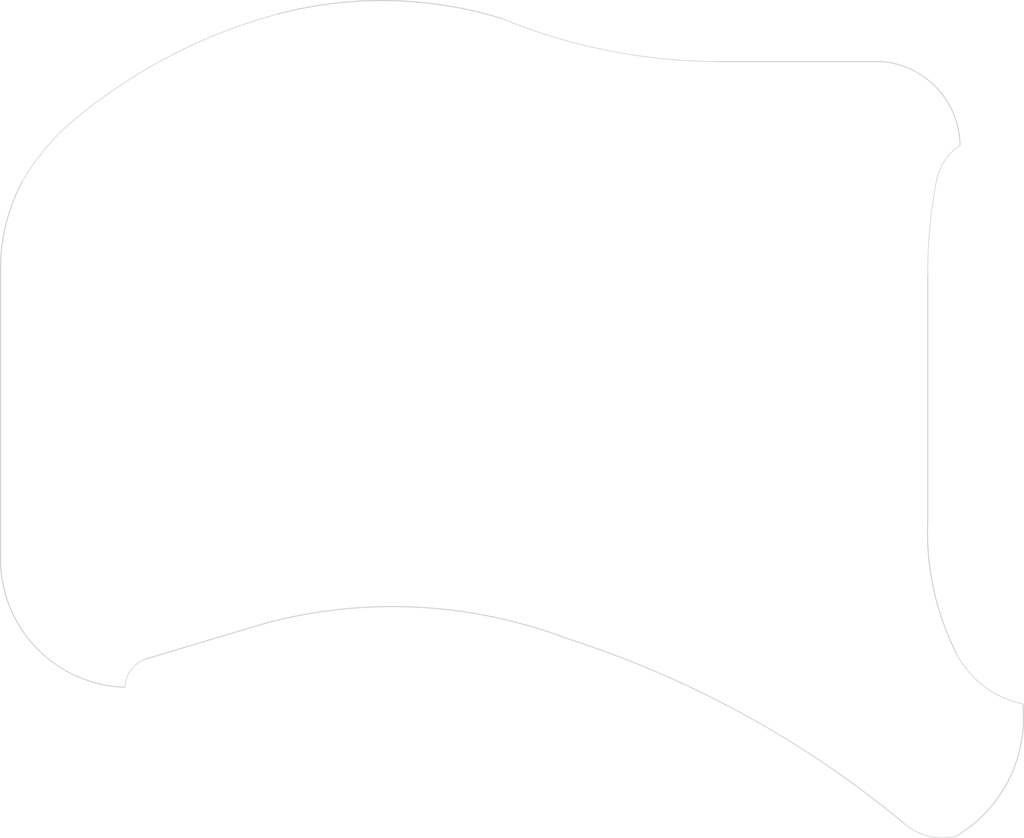
<source format=kicad_pcb>
(kicad_pcb (version 20211014) (generator pcbnew)
  (title_block (title "owl_generated") (rev "v1.0.0") (company "Unknown"))
  (layers (0 "F.Cu" signal) (31 "B.Cu" signal) (34 "B.Paste" user) (35 "F.Paste" user) (36 "B.SilkS" user "B.Silkscreen") (37 "F.SilkS" user "F.Silkscreen") (38 "B.Mask" user) (39 "F.Mask" user) (44 "Edge.Cuts" user))
  (net 0 "")
  (net 1 "P6")
  (net 2 "GND")
  (net 3 "P5")
  (net 4 "P4")
  (net 5 "P3")
  (net 6 "P2")
  (net 7 "P0")
  (net 8 "P1")
  (net 9 "P18")
  (net 10 "P15")
  (net 11 "P14")
  (net 12 "P16")
  (net 13 "P10")
  (net 14 "P19")
  (net 15 "P20")
  (net 16 "P21")
  (net 17 "P7")
  (net 18 "P8")
  (net 19 "P9")
  (net 20 "RAW")
  (net 21 "RST")
  (net 22 "VCC")
  (net 23 "Braw")
  (net 24 "Bplus")
  (net 25 "Bminus")
  (footprint "SMDPad" (layer "F.Cu") (at 168.768682 -112.888168)
    (fp_text reference "MOUNTING_PAD2" hide)
    (fp_text value "" hide)
    (pad "" np_thru_hole circle locked (at 0 0) (size 3.2 3.2) (drill 3.2) (layers *.Cu *.Mask))
  )
  (footprint "SMDPad" (layer "F.Cu") (at 168.768682 -48)
    (fp_text reference "MOUNTING_PAD1" hide)
    (fp_text value "" hide)
    (pad "" np_thru_hole circle locked (at 0 0) (size 3.2 3.2) (drill 3.2) (layers *.Cu *.Mask))
  )
  (footprint "SMDPad" (layer "F.Cu") (at 51 -41.8 -17)
    (fp_text reference "MOUNTING_PAD4" hide)
    (fp_text value "" hide)
    (pad "" np_thru_hole circle locked (at 0 0) (size 3.2 3.2) (drill 3.2) (layers *.Cu *.Mask))
  )
  (footprint "SMDPad" (layer "F.Cu") (at 51 -107.8 -17)
    (fp_text reference "MOUNTING_PAD3" hide)
    (fp_text value "" hide)
    (pad "" np_thru_hole circle locked (at 0 0) (size 3.2 3.2) (drill 3.2) (layers *.Cu *.Mask))
  )
  (gr_arc (start 185.4 -31.4) (mid 179.752958 -34.001135) (end 175.8 -38.8) (layer "Edge.Cuts") (width 0.1))
  (gr_arc (start 171.768682 -92.8) (mid 172.049729 -99.630295) (end 173 -106.4) (layer "Edge.Cuts") (width 0.1))
  (gr_line (start 38.768682 -90.356114) (end 38.768682 -52.8) (layer "Edge.Cuts") (width 0.15))
  (gr_arc (start 76.8 -43) (mid 98.572502 -45.287309) (end 120 -40.8) (layer "Edge.Cuts") (width 0.15))
  (gr_line (start 38.768682 -93.8) (end 38.768682 -92.03172) (layer "Edge.Cuts") (width 0.15))
  (gr_arc (start 141.8 -123.6) (mid 125.899309 -125.186844) (end 110.6 -129.8) (layer "Edge.Cuts") (width 0.1))
  (gr_arc (start 41.8 -106.2) (mid 44.931351 -110.800064) (end 48.8 -114.8) (layer "Edge.Cuts") (width 0.1))
  (gr_arc (start 38.768682 -93.8) (mid 39.521849 -100.1864) (end 41.8 -106.2) (layer "Edge.Cuts") (width 0.15))
  (gr_arc (start 120 -40.8) (mid 145.364718 -29.909068) (end 168.2 -14.4) (layer "Edge.Cuts") (width 0.15))
  (gr_arc (start 175.8 -38.8) (mid 172.573527 -48.043096) (end 171.768682 -57.8) (layer "Edge.Cuts") (width 0.15))
  (gr_arc (start 56.6 -33.8) (mid 43.750353 -39.609512) (end 38.768682 -52.8) (layer "Edge.Cuts") (width 0.15))
  (gr_line (start 59.4 -37.8) (end 76.8 -43) (layer "Edge.Cuts") (width 0.15))
  (gr_arc (start 48.8 -114.8) (mid 62.743036 -124.226035) (end 78.4 -130.4) (layer "Edge.Cuts") (width 0.1))
  (gr_line (start 171.768682 -57.8) (end 171.768682 -92.8) (layer "Edge.Cuts") (width 0.15))
  (gr_arc (start 78.4 -130.4) (mid 94.537786 -132.356495) (end 110.6 -129.8) (layer "Edge.Cuts") (width 0.15))
  (gr_arc (start 175.8 -12.4) (mid 171.752461 -12.459353) (end 168.2 -14.4) (layer "Edge.Cuts") (width 0.1))
  (gr_line (start 38.768682 -90.356114) (end 38.768682 -92.03172) (layer "Edge.Cuts") (width 0.15))
  (gr_arc (start 185.4 -31.4) (mid 183.375531 -20.497626) (end 175.8 -12.4) (layer "Edge.Cuts") (width 0.15))
  (gr_arc (start 173 -106.4) (mid 174.170522 -109.346197) (end 176.4 -111.6) (layer "Edge.Cuts") (width 0.1))
  (gr_arc (start 165.2 -123.6) (mid 173.115141 -119.760798) (end 176.4 -111.6) (layer "Edge.Cuts") (width 0.15))
  (gr_arc (start 56.6 -33.8) (mid 57.428682 -36.199923) (end 59.4 -37.8) (layer "Edge.Cuts") (width 0.1))
  (gr_line (start 165.2 -123.6) (end 141.8 -123.6) (layer "Edge.Cuts") (width 0.15))
)
</source>
